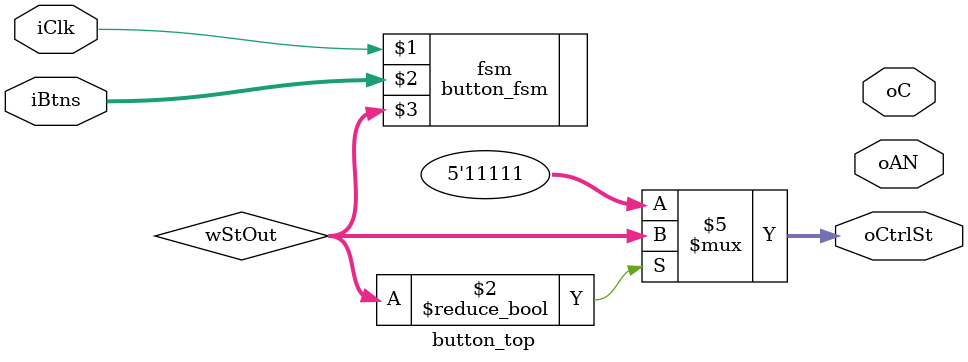
<source format=v>
module button_top(iClk, iBtns, oAN, oC, oCtrlSt);
    input iClk;
    input [3:0] iBtns;

    output [3:0] oAN;
	 output [4:0] oCtrlSt;
    output [7:0] oC;

    wire wClk_1ms, wClk_10ms;
    wire [4:0] wStOut;
	 
	 reg [4:0] oCtrlSt;
	 
	 initial begin
		oCtrlSt = 1;
	 end

//    clk_div clk_seven_seg(iClk, 25000, wClk_1ms);
//    clk_div clk_seven_seg(iClk, 250000, wClk_10ms);
	 
    button_fsm fsm(iClk, iBtns, wStOut);
	 
	 always @(wStOut) begin
		if(wStOut != 5'd0) begin
			oCtrlSt <= wStOut;
		end
		else begin
			oCtrlSt <= 5'h1F;
		end
	 end //always
//    sevenseg_controller sseg(4'b1100, wClk_1ms, 4'h0, 4'h0, {3'd0, wStOut[4]},
//                             wStOut[3:0], oAN, oC); 
endmodule   // button_top

</source>
